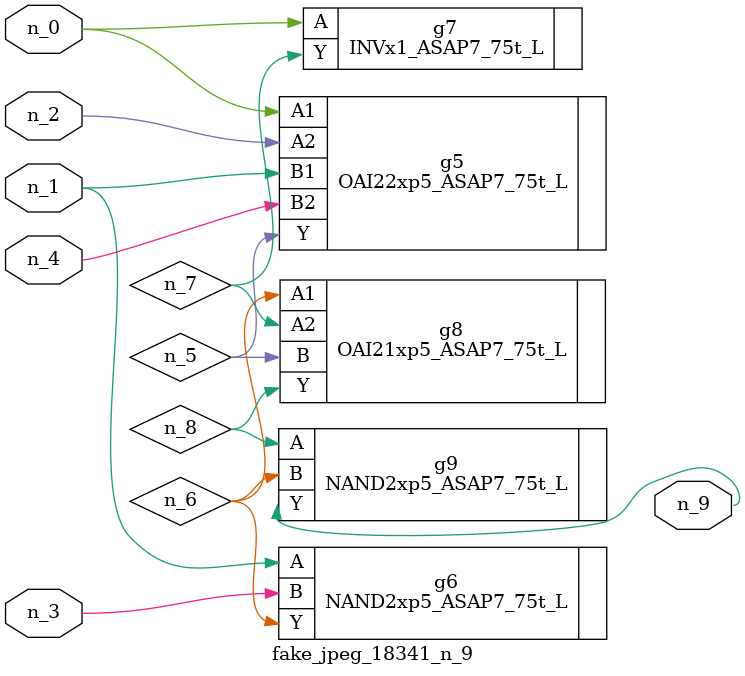
<source format=v>
module fake_jpeg_18341_n_9 (n_3, n_2, n_1, n_0, n_4, n_9);

input n_3;
input n_2;
input n_1;
input n_0;
input n_4;

output n_9;

wire n_8;
wire n_6;
wire n_5;
wire n_7;

OAI22xp5_ASAP7_75t_L g5 ( 
.A1(n_0),
.A2(n_2),
.B1(n_1),
.B2(n_4),
.Y(n_5)
);

NAND2xp5_ASAP7_75t_L g6 ( 
.A(n_1),
.B(n_3),
.Y(n_6)
);

INVx1_ASAP7_75t_L g7 ( 
.A(n_0),
.Y(n_7)
);

OAI21xp5_ASAP7_75t_L g8 ( 
.A1(n_6),
.A2(n_7),
.B(n_5),
.Y(n_8)
);

NAND2xp5_ASAP7_75t_L g9 ( 
.A(n_8),
.B(n_6),
.Y(n_9)
);


endmodule
</source>
